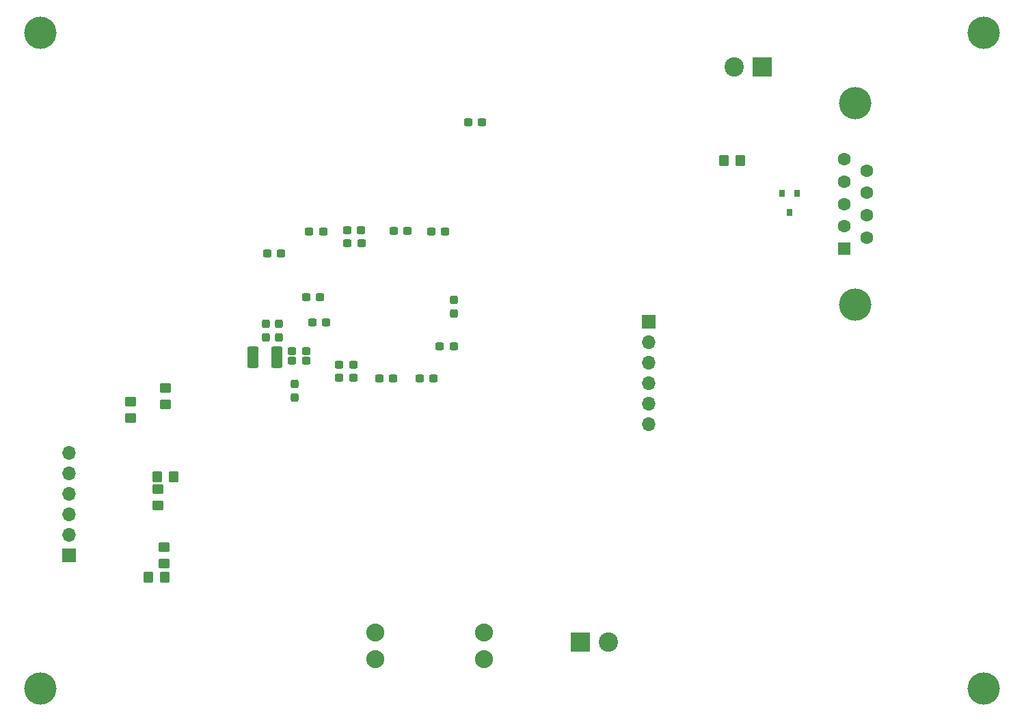
<source format=gbs>
G04 #@! TF.GenerationSoftware,KiCad,Pcbnew,(6.0.5)*
G04 #@! TF.CreationDate,2023-02-13T01:00:26-07:00*
G04 #@! TF.ProjectId,EVCU,45564355-2e6b-4696-9361-645f70636258,rev?*
G04 #@! TF.SameCoordinates,Original*
G04 #@! TF.FileFunction,Soldermask,Bot*
G04 #@! TF.FilePolarity,Negative*
%FSLAX46Y46*%
G04 Gerber Fmt 4.6, Leading zero omitted, Abs format (unit mm)*
G04 Created by KiCad (PCBNEW (6.0.5)) date 2023-02-13 01:00:26*
%MOMM*%
%LPD*%
G01*
G04 APERTURE LIST*
G04 Aperture macros list*
%AMRoundRect*
0 Rectangle with rounded corners*
0 $1 Rounding radius*
0 $2 $3 $4 $5 $6 $7 $8 $9 X,Y pos of 4 corners*
0 Add a 4 corners polygon primitive as box body*
4,1,4,$2,$3,$4,$5,$6,$7,$8,$9,$2,$3,0*
0 Add four circle primitives for the rounded corners*
1,1,$1+$1,$2,$3*
1,1,$1+$1,$4,$5*
1,1,$1+$1,$6,$7*
1,1,$1+$1,$8,$9*
0 Add four rect primitives between the rounded corners*
20,1,$1+$1,$2,$3,$4,$5,0*
20,1,$1+$1,$4,$5,$6,$7,0*
20,1,$1+$1,$6,$7,$8,$9,0*
20,1,$1+$1,$8,$9,$2,$3,0*%
G04 Aperture macros list end*
%ADD10C,4.000000*%
%ADD11R,2.400000X2.400000*%
%ADD12C,2.400000*%
%ADD13C,2.235200*%
%ADD14R,1.700000X1.700000*%
%ADD15O,1.700000X1.700000*%
%ADD16R,1.600000X1.600000*%
%ADD17C,1.600000*%
%ADD18RoundRect,0.237500X-0.300000X-0.237500X0.300000X-0.237500X0.300000X0.237500X-0.300000X0.237500X0*%
%ADD19RoundRect,0.250001X-0.462499X-1.074999X0.462499X-1.074999X0.462499X1.074999X-0.462499X1.074999X0*%
%ADD20RoundRect,0.237500X0.237500X-0.300000X0.237500X0.300000X-0.237500X0.300000X-0.237500X-0.300000X0*%
%ADD21RoundRect,0.237500X0.300000X0.237500X-0.300000X0.237500X-0.300000X-0.237500X0.300000X-0.237500X0*%
%ADD22RoundRect,0.250000X0.450000X-0.350000X0.450000X0.350000X-0.450000X0.350000X-0.450000X-0.350000X0*%
%ADD23RoundRect,0.250000X-0.450000X0.350000X-0.450000X-0.350000X0.450000X-0.350000X0.450000X0.350000X0*%
%ADD24RoundRect,0.250000X-0.350000X-0.450000X0.350000X-0.450000X0.350000X0.450000X-0.350000X0.450000X0*%
%ADD25RoundRect,0.237500X-0.237500X0.300000X-0.237500X-0.300000X0.237500X-0.300000X0.237500X0.300000X0*%
%ADD26R,0.800000X0.900000*%
%ADD27RoundRect,0.250000X0.350000X0.450000X-0.350000X0.450000X-0.350000X-0.450000X0.350000X-0.450000X0*%
G04 APERTURE END LIST*
D10*
X132080000Y-25400000D03*
X15240000Y-106680000D03*
D11*
X82070000Y-100900000D03*
D12*
X85570000Y-100900000D03*
D13*
X70132608Y-102993656D03*
X70132608Y-99691656D03*
X56670608Y-102993656D03*
X56670608Y-99691656D03*
D11*
X104620000Y-29656000D03*
D12*
X101120000Y-29656000D03*
D14*
X90551000Y-61188600D03*
D15*
X90551000Y-63728600D03*
X90551000Y-66268600D03*
X90551000Y-68808600D03*
X90551000Y-71348600D03*
X90551000Y-73888600D03*
D14*
X18796000Y-90170000D03*
D15*
X18796000Y-87630000D03*
X18796000Y-85090000D03*
X18796000Y-82550000D03*
X18796000Y-80010000D03*
X18796000Y-77470000D03*
D10*
X116162500Y-59116900D03*
X116162500Y-34116900D03*
D16*
X114742500Y-52156900D03*
D17*
X114742500Y-49386900D03*
X114742500Y-46616900D03*
X114742500Y-43846900D03*
X114742500Y-41076900D03*
X117582500Y-50771900D03*
X117582500Y-48001900D03*
X117582500Y-45231900D03*
X117582500Y-42461900D03*
D10*
X132080000Y-106680000D03*
X15240000Y-25400000D03*
D18*
X58954500Y-49961800D03*
X60679500Y-49961800D03*
D19*
X41565500Y-65608200D03*
X44540500Y-65608200D03*
D20*
X66471800Y-60171500D03*
X66471800Y-58446500D03*
D18*
X48515100Y-49987200D03*
X50240100Y-49987200D03*
D21*
X54989900Y-51460400D03*
X53264900Y-51460400D03*
X63905300Y-68199000D03*
X62180300Y-68199000D03*
D22*
X30673800Y-71408800D03*
X30673800Y-69408800D03*
D21*
X53973900Y-68173600D03*
X52248900Y-68173600D03*
D23*
X29784800Y-81981800D03*
X29784800Y-83981800D03*
D21*
X53973900Y-66497200D03*
X52248900Y-66497200D03*
X58901500Y-68199000D03*
X57176500Y-68199000D03*
D22*
X30521400Y-91170000D03*
X30521400Y-89170000D03*
D21*
X54964500Y-49885600D03*
X53239500Y-49885600D03*
X66419900Y-64287400D03*
X64694900Y-64287400D03*
D24*
X99904000Y-41190300D03*
X101904000Y-41190300D03*
D21*
X69950500Y-36449000D03*
X68225500Y-36449000D03*
D18*
X46406900Y-64846200D03*
X48131900Y-64846200D03*
X48159500Y-58166000D03*
X49884500Y-58166000D03*
D24*
X29724600Y-80441800D03*
X31724600Y-80441800D03*
D18*
X48921500Y-61315600D03*
X50646500Y-61315600D03*
D20*
X43154600Y-63169800D03*
X43154600Y-61444800D03*
D21*
X45058500Y-52705000D03*
X43333500Y-52705000D03*
D18*
X46406900Y-65989200D03*
X48131900Y-65989200D03*
D25*
X46685200Y-68860500D03*
X46685200Y-70585500D03*
D20*
X44729400Y-63169800D03*
X44729400Y-61444800D03*
D26*
X107066000Y-45248100D03*
X108966000Y-45248100D03*
X108016000Y-47648100D03*
D22*
X26416000Y-73136000D03*
X26416000Y-71136000D03*
D21*
X65378500Y-50038000D03*
X63653500Y-50038000D03*
D27*
X30581600Y-92862400D03*
X28581600Y-92862400D03*
M02*

</source>
